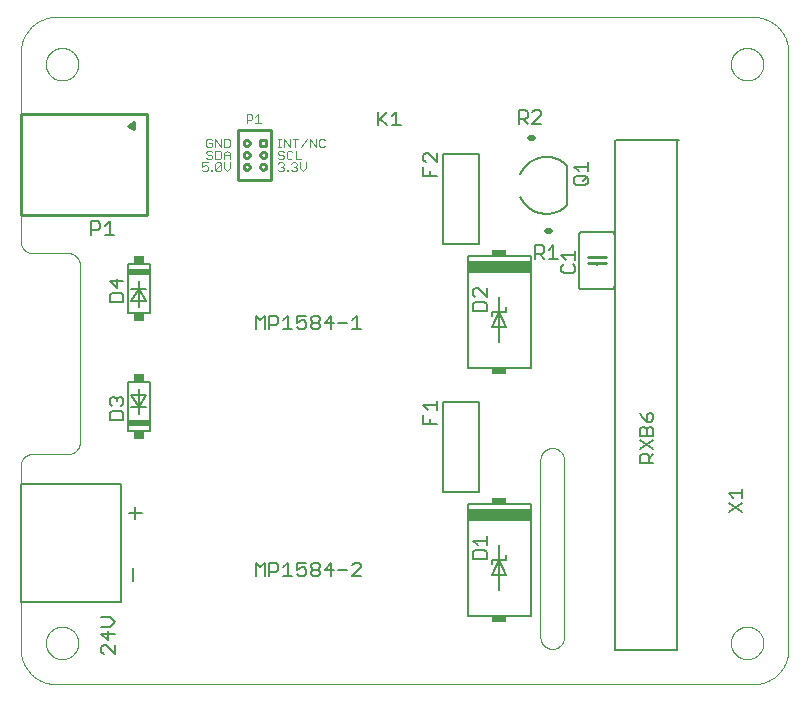
<source format=gto>
G75*
%MOIN*%
%OFA0B0*%
%FSLAX25Y25*%
%IPPOS*%
%LPD*%
%AMOC8*
5,1,8,0,0,1.08239X$1,22.5*
%
%ADD10C,0.00000*%
%ADD11C,0.00600*%
%ADD12C,0.01000*%
%ADD13C,0.00300*%
%ADD14C,0.00500*%
%ADD15R,0.05000X0.01969*%
%ADD16R,0.21000X0.04000*%
%ADD17C,0.00800*%
%ADD18C,0.02000*%
%ADD19R,0.07362X0.02000*%
%ADD20R,0.03346X0.02500*%
D10*
X0033905Y0014811D02*
X0033905Y0075835D01*
X0033907Y0075959D01*
X0033913Y0076082D01*
X0033922Y0076206D01*
X0033936Y0076328D01*
X0033953Y0076451D01*
X0033975Y0076573D01*
X0034000Y0076694D01*
X0034029Y0076814D01*
X0034061Y0076933D01*
X0034098Y0077052D01*
X0034138Y0077169D01*
X0034181Y0077284D01*
X0034229Y0077399D01*
X0034280Y0077511D01*
X0034334Y0077622D01*
X0034392Y0077732D01*
X0034453Y0077839D01*
X0034518Y0077945D01*
X0034586Y0078048D01*
X0034657Y0078149D01*
X0034731Y0078248D01*
X0034808Y0078345D01*
X0034889Y0078439D01*
X0034972Y0078530D01*
X0035058Y0078619D01*
X0035147Y0078705D01*
X0035238Y0078788D01*
X0035332Y0078869D01*
X0035429Y0078946D01*
X0035528Y0079020D01*
X0035629Y0079091D01*
X0035732Y0079159D01*
X0035838Y0079224D01*
X0035945Y0079285D01*
X0036055Y0079343D01*
X0036166Y0079397D01*
X0036278Y0079448D01*
X0036393Y0079496D01*
X0036508Y0079539D01*
X0036625Y0079579D01*
X0036744Y0079616D01*
X0036863Y0079648D01*
X0036983Y0079677D01*
X0037104Y0079702D01*
X0037226Y0079724D01*
X0037349Y0079741D01*
X0037471Y0079755D01*
X0037595Y0079764D01*
X0037718Y0079770D01*
X0037842Y0079772D01*
X0049653Y0079772D01*
X0049777Y0079774D01*
X0049900Y0079780D01*
X0050024Y0079789D01*
X0050146Y0079803D01*
X0050269Y0079820D01*
X0050391Y0079842D01*
X0050512Y0079867D01*
X0050632Y0079896D01*
X0050751Y0079928D01*
X0050870Y0079965D01*
X0050987Y0080005D01*
X0051102Y0080048D01*
X0051217Y0080096D01*
X0051329Y0080147D01*
X0051440Y0080201D01*
X0051550Y0080259D01*
X0051657Y0080320D01*
X0051763Y0080385D01*
X0051866Y0080453D01*
X0051967Y0080524D01*
X0052066Y0080598D01*
X0052163Y0080675D01*
X0052257Y0080756D01*
X0052348Y0080839D01*
X0052437Y0080925D01*
X0052523Y0081014D01*
X0052606Y0081105D01*
X0052687Y0081199D01*
X0052764Y0081296D01*
X0052838Y0081395D01*
X0052909Y0081496D01*
X0052977Y0081599D01*
X0053042Y0081705D01*
X0053103Y0081812D01*
X0053161Y0081922D01*
X0053215Y0082033D01*
X0053266Y0082145D01*
X0053314Y0082260D01*
X0053357Y0082375D01*
X0053397Y0082492D01*
X0053434Y0082611D01*
X0053466Y0082730D01*
X0053495Y0082850D01*
X0053520Y0082971D01*
X0053542Y0083093D01*
X0053559Y0083216D01*
X0053573Y0083338D01*
X0053582Y0083462D01*
X0053588Y0083585D01*
X0053590Y0083709D01*
X0053590Y0142764D01*
X0053588Y0142888D01*
X0053582Y0143011D01*
X0053573Y0143135D01*
X0053559Y0143257D01*
X0053542Y0143380D01*
X0053520Y0143502D01*
X0053495Y0143623D01*
X0053466Y0143743D01*
X0053434Y0143862D01*
X0053397Y0143981D01*
X0053357Y0144098D01*
X0053314Y0144213D01*
X0053266Y0144328D01*
X0053215Y0144440D01*
X0053161Y0144551D01*
X0053103Y0144661D01*
X0053042Y0144768D01*
X0052977Y0144874D01*
X0052909Y0144977D01*
X0052838Y0145078D01*
X0052764Y0145177D01*
X0052687Y0145274D01*
X0052606Y0145368D01*
X0052523Y0145459D01*
X0052437Y0145548D01*
X0052348Y0145634D01*
X0052257Y0145717D01*
X0052163Y0145798D01*
X0052066Y0145875D01*
X0051967Y0145949D01*
X0051866Y0146020D01*
X0051763Y0146088D01*
X0051657Y0146153D01*
X0051550Y0146214D01*
X0051440Y0146272D01*
X0051329Y0146326D01*
X0051217Y0146377D01*
X0051102Y0146425D01*
X0050987Y0146468D01*
X0050870Y0146508D01*
X0050751Y0146545D01*
X0050632Y0146577D01*
X0050512Y0146606D01*
X0050391Y0146631D01*
X0050269Y0146653D01*
X0050146Y0146670D01*
X0050024Y0146684D01*
X0049900Y0146693D01*
X0049777Y0146699D01*
X0049653Y0146701D01*
X0037842Y0146701D01*
X0037718Y0146703D01*
X0037595Y0146709D01*
X0037471Y0146718D01*
X0037349Y0146732D01*
X0037226Y0146749D01*
X0037104Y0146771D01*
X0036983Y0146796D01*
X0036863Y0146825D01*
X0036744Y0146857D01*
X0036625Y0146894D01*
X0036508Y0146934D01*
X0036393Y0146977D01*
X0036278Y0147025D01*
X0036166Y0147076D01*
X0036055Y0147130D01*
X0035945Y0147188D01*
X0035838Y0147249D01*
X0035732Y0147314D01*
X0035629Y0147382D01*
X0035528Y0147453D01*
X0035429Y0147527D01*
X0035332Y0147604D01*
X0035238Y0147685D01*
X0035147Y0147768D01*
X0035058Y0147854D01*
X0034972Y0147943D01*
X0034889Y0148034D01*
X0034808Y0148128D01*
X0034731Y0148225D01*
X0034657Y0148324D01*
X0034586Y0148425D01*
X0034518Y0148528D01*
X0034453Y0148634D01*
X0034392Y0148741D01*
X0034334Y0148851D01*
X0034280Y0148962D01*
X0034229Y0149074D01*
X0034181Y0149189D01*
X0034138Y0149304D01*
X0034098Y0149421D01*
X0034061Y0149540D01*
X0034029Y0149659D01*
X0034000Y0149779D01*
X0033975Y0149900D01*
X0033953Y0150022D01*
X0033936Y0150145D01*
X0033922Y0150267D01*
X0033913Y0150391D01*
X0033907Y0150514D01*
X0033905Y0150638D01*
X0033905Y0213630D01*
X0033908Y0213915D01*
X0033919Y0214201D01*
X0033936Y0214486D01*
X0033960Y0214770D01*
X0033991Y0215054D01*
X0034029Y0215337D01*
X0034074Y0215618D01*
X0034125Y0215899D01*
X0034183Y0216179D01*
X0034248Y0216457D01*
X0034320Y0216733D01*
X0034398Y0217007D01*
X0034483Y0217280D01*
X0034575Y0217550D01*
X0034673Y0217818D01*
X0034777Y0218084D01*
X0034888Y0218347D01*
X0035005Y0218607D01*
X0035128Y0218865D01*
X0035258Y0219119D01*
X0035394Y0219370D01*
X0035535Y0219618D01*
X0035683Y0219862D01*
X0035836Y0220103D01*
X0035996Y0220339D01*
X0036161Y0220572D01*
X0036331Y0220801D01*
X0036507Y0221026D01*
X0036689Y0221246D01*
X0036875Y0221462D01*
X0037067Y0221673D01*
X0037264Y0221880D01*
X0037466Y0222082D01*
X0037673Y0222279D01*
X0037884Y0222471D01*
X0038100Y0222657D01*
X0038320Y0222839D01*
X0038545Y0223015D01*
X0038774Y0223185D01*
X0039007Y0223350D01*
X0039243Y0223510D01*
X0039484Y0223663D01*
X0039728Y0223811D01*
X0039976Y0223952D01*
X0040227Y0224088D01*
X0040481Y0224218D01*
X0040739Y0224341D01*
X0040999Y0224458D01*
X0041262Y0224569D01*
X0041528Y0224673D01*
X0041796Y0224771D01*
X0042066Y0224863D01*
X0042339Y0224948D01*
X0042613Y0225026D01*
X0042889Y0225098D01*
X0043167Y0225163D01*
X0043447Y0225221D01*
X0043728Y0225272D01*
X0044009Y0225317D01*
X0044292Y0225355D01*
X0044576Y0225386D01*
X0044860Y0225410D01*
X0045145Y0225427D01*
X0045431Y0225438D01*
X0045716Y0225441D01*
X0278000Y0225441D01*
X0278285Y0225438D01*
X0278571Y0225427D01*
X0278856Y0225410D01*
X0279140Y0225386D01*
X0279424Y0225355D01*
X0279707Y0225317D01*
X0279988Y0225272D01*
X0280269Y0225221D01*
X0280549Y0225163D01*
X0280827Y0225098D01*
X0281103Y0225026D01*
X0281377Y0224948D01*
X0281650Y0224863D01*
X0281920Y0224771D01*
X0282188Y0224673D01*
X0282454Y0224569D01*
X0282717Y0224458D01*
X0282977Y0224341D01*
X0283235Y0224218D01*
X0283489Y0224088D01*
X0283740Y0223952D01*
X0283988Y0223811D01*
X0284232Y0223663D01*
X0284473Y0223510D01*
X0284709Y0223350D01*
X0284942Y0223185D01*
X0285171Y0223015D01*
X0285396Y0222839D01*
X0285616Y0222657D01*
X0285832Y0222471D01*
X0286043Y0222279D01*
X0286250Y0222082D01*
X0286452Y0221880D01*
X0286649Y0221673D01*
X0286841Y0221462D01*
X0287027Y0221246D01*
X0287209Y0221026D01*
X0287385Y0220801D01*
X0287555Y0220572D01*
X0287720Y0220339D01*
X0287880Y0220103D01*
X0288033Y0219862D01*
X0288181Y0219618D01*
X0288322Y0219370D01*
X0288458Y0219119D01*
X0288588Y0218865D01*
X0288711Y0218607D01*
X0288828Y0218347D01*
X0288939Y0218084D01*
X0289043Y0217818D01*
X0289141Y0217550D01*
X0289233Y0217280D01*
X0289318Y0217007D01*
X0289396Y0216733D01*
X0289468Y0216457D01*
X0289533Y0216179D01*
X0289591Y0215899D01*
X0289642Y0215618D01*
X0289687Y0215337D01*
X0289725Y0215054D01*
X0289756Y0214770D01*
X0289780Y0214486D01*
X0289797Y0214201D01*
X0289808Y0213915D01*
X0289811Y0213630D01*
X0289811Y0014811D01*
X0289808Y0014526D01*
X0289797Y0014240D01*
X0289780Y0013955D01*
X0289756Y0013671D01*
X0289725Y0013387D01*
X0289687Y0013104D01*
X0289642Y0012823D01*
X0289591Y0012542D01*
X0289533Y0012262D01*
X0289468Y0011984D01*
X0289396Y0011708D01*
X0289318Y0011434D01*
X0289233Y0011161D01*
X0289141Y0010891D01*
X0289043Y0010623D01*
X0288939Y0010357D01*
X0288828Y0010094D01*
X0288711Y0009834D01*
X0288588Y0009576D01*
X0288458Y0009322D01*
X0288322Y0009071D01*
X0288181Y0008823D01*
X0288033Y0008579D01*
X0287880Y0008338D01*
X0287720Y0008102D01*
X0287555Y0007869D01*
X0287385Y0007640D01*
X0287209Y0007415D01*
X0287027Y0007195D01*
X0286841Y0006979D01*
X0286649Y0006768D01*
X0286452Y0006561D01*
X0286250Y0006359D01*
X0286043Y0006162D01*
X0285832Y0005970D01*
X0285616Y0005784D01*
X0285396Y0005602D01*
X0285171Y0005426D01*
X0284942Y0005256D01*
X0284709Y0005091D01*
X0284473Y0004931D01*
X0284232Y0004778D01*
X0283988Y0004630D01*
X0283740Y0004489D01*
X0283489Y0004353D01*
X0283235Y0004223D01*
X0282977Y0004100D01*
X0282717Y0003983D01*
X0282454Y0003872D01*
X0282188Y0003768D01*
X0281920Y0003670D01*
X0281650Y0003578D01*
X0281377Y0003493D01*
X0281103Y0003415D01*
X0280827Y0003343D01*
X0280549Y0003278D01*
X0280269Y0003220D01*
X0279988Y0003169D01*
X0279707Y0003124D01*
X0279424Y0003086D01*
X0279140Y0003055D01*
X0278856Y0003031D01*
X0278571Y0003014D01*
X0278285Y0003003D01*
X0278000Y0003000D01*
X0045716Y0003000D01*
X0045431Y0003003D01*
X0045145Y0003014D01*
X0044860Y0003031D01*
X0044576Y0003055D01*
X0044292Y0003086D01*
X0044009Y0003124D01*
X0043728Y0003169D01*
X0043447Y0003220D01*
X0043167Y0003278D01*
X0042889Y0003343D01*
X0042613Y0003415D01*
X0042339Y0003493D01*
X0042066Y0003578D01*
X0041796Y0003670D01*
X0041528Y0003768D01*
X0041262Y0003872D01*
X0040999Y0003983D01*
X0040739Y0004100D01*
X0040481Y0004223D01*
X0040227Y0004353D01*
X0039976Y0004489D01*
X0039728Y0004630D01*
X0039484Y0004778D01*
X0039243Y0004931D01*
X0039007Y0005091D01*
X0038774Y0005256D01*
X0038545Y0005426D01*
X0038320Y0005602D01*
X0038100Y0005784D01*
X0037884Y0005970D01*
X0037673Y0006162D01*
X0037466Y0006359D01*
X0037264Y0006561D01*
X0037067Y0006768D01*
X0036875Y0006979D01*
X0036689Y0007195D01*
X0036507Y0007415D01*
X0036331Y0007640D01*
X0036161Y0007869D01*
X0035996Y0008102D01*
X0035836Y0008338D01*
X0035683Y0008579D01*
X0035535Y0008823D01*
X0035394Y0009071D01*
X0035258Y0009322D01*
X0035128Y0009576D01*
X0035005Y0009834D01*
X0034888Y0010094D01*
X0034777Y0010357D01*
X0034673Y0010623D01*
X0034575Y0010891D01*
X0034483Y0011161D01*
X0034398Y0011434D01*
X0034320Y0011708D01*
X0034248Y0011984D01*
X0034183Y0012262D01*
X0034125Y0012542D01*
X0034074Y0012823D01*
X0034029Y0013104D01*
X0033991Y0013387D01*
X0033960Y0013671D01*
X0033936Y0013955D01*
X0033919Y0014240D01*
X0033908Y0014526D01*
X0033905Y0014811D01*
X0042272Y0016780D02*
X0042274Y0016927D01*
X0042280Y0017073D01*
X0042290Y0017219D01*
X0042304Y0017365D01*
X0042322Y0017511D01*
X0042343Y0017656D01*
X0042369Y0017800D01*
X0042399Y0017944D01*
X0042432Y0018086D01*
X0042469Y0018228D01*
X0042510Y0018369D01*
X0042555Y0018508D01*
X0042604Y0018647D01*
X0042656Y0018784D01*
X0042713Y0018919D01*
X0042772Y0019053D01*
X0042836Y0019185D01*
X0042903Y0019315D01*
X0042973Y0019444D01*
X0043047Y0019571D01*
X0043124Y0019695D01*
X0043205Y0019818D01*
X0043289Y0019938D01*
X0043376Y0020056D01*
X0043466Y0020171D01*
X0043559Y0020284D01*
X0043656Y0020395D01*
X0043755Y0020503D01*
X0043857Y0020608D01*
X0043962Y0020710D01*
X0044070Y0020809D01*
X0044181Y0020906D01*
X0044294Y0020999D01*
X0044409Y0021089D01*
X0044527Y0021176D01*
X0044647Y0021260D01*
X0044770Y0021341D01*
X0044894Y0021418D01*
X0045021Y0021492D01*
X0045150Y0021562D01*
X0045280Y0021629D01*
X0045412Y0021693D01*
X0045546Y0021752D01*
X0045681Y0021809D01*
X0045818Y0021861D01*
X0045957Y0021910D01*
X0046096Y0021955D01*
X0046237Y0021996D01*
X0046379Y0022033D01*
X0046521Y0022066D01*
X0046665Y0022096D01*
X0046809Y0022122D01*
X0046954Y0022143D01*
X0047100Y0022161D01*
X0047246Y0022175D01*
X0047392Y0022185D01*
X0047538Y0022191D01*
X0047685Y0022193D01*
X0047832Y0022191D01*
X0047978Y0022185D01*
X0048124Y0022175D01*
X0048270Y0022161D01*
X0048416Y0022143D01*
X0048561Y0022122D01*
X0048705Y0022096D01*
X0048849Y0022066D01*
X0048991Y0022033D01*
X0049133Y0021996D01*
X0049274Y0021955D01*
X0049413Y0021910D01*
X0049552Y0021861D01*
X0049689Y0021809D01*
X0049824Y0021752D01*
X0049958Y0021693D01*
X0050090Y0021629D01*
X0050220Y0021562D01*
X0050349Y0021492D01*
X0050476Y0021418D01*
X0050600Y0021341D01*
X0050723Y0021260D01*
X0050843Y0021176D01*
X0050961Y0021089D01*
X0051076Y0020999D01*
X0051189Y0020906D01*
X0051300Y0020809D01*
X0051408Y0020710D01*
X0051513Y0020608D01*
X0051615Y0020503D01*
X0051714Y0020395D01*
X0051811Y0020284D01*
X0051904Y0020171D01*
X0051994Y0020056D01*
X0052081Y0019938D01*
X0052165Y0019818D01*
X0052246Y0019695D01*
X0052323Y0019571D01*
X0052397Y0019444D01*
X0052467Y0019315D01*
X0052534Y0019185D01*
X0052598Y0019053D01*
X0052657Y0018919D01*
X0052714Y0018784D01*
X0052766Y0018647D01*
X0052815Y0018508D01*
X0052860Y0018369D01*
X0052901Y0018228D01*
X0052938Y0018086D01*
X0052971Y0017944D01*
X0053001Y0017800D01*
X0053027Y0017656D01*
X0053048Y0017511D01*
X0053066Y0017365D01*
X0053080Y0017219D01*
X0053090Y0017073D01*
X0053096Y0016927D01*
X0053098Y0016780D01*
X0053096Y0016633D01*
X0053090Y0016487D01*
X0053080Y0016341D01*
X0053066Y0016195D01*
X0053048Y0016049D01*
X0053027Y0015904D01*
X0053001Y0015760D01*
X0052971Y0015616D01*
X0052938Y0015474D01*
X0052901Y0015332D01*
X0052860Y0015191D01*
X0052815Y0015052D01*
X0052766Y0014913D01*
X0052714Y0014776D01*
X0052657Y0014641D01*
X0052598Y0014507D01*
X0052534Y0014375D01*
X0052467Y0014245D01*
X0052397Y0014116D01*
X0052323Y0013989D01*
X0052246Y0013865D01*
X0052165Y0013742D01*
X0052081Y0013622D01*
X0051994Y0013504D01*
X0051904Y0013389D01*
X0051811Y0013276D01*
X0051714Y0013165D01*
X0051615Y0013057D01*
X0051513Y0012952D01*
X0051408Y0012850D01*
X0051300Y0012751D01*
X0051189Y0012654D01*
X0051076Y0012561D01*
X0050961Y0012471D01*
X0050843Y0012384D01*
X0050723Y0012300D01*
X0050600Y0012219D01*
X0050476Y0012142D01*
X0050349Y0012068D01*
X0050220Y0011998D01*
X0050090Y0011931D01*
X0049958Y0011867D01*
X0049824Y0011808D01*
X0049689Y0011751D01*
X0049552Y0011699D01*
X0049413Y0011650D01*
X0049274Y0011605D01*
X0049133Y0011564D01*
X0048991Y0011527D01*
X0048849Y0011494D01*
X0048705Y0011464D01*
X0048561Y0011438D01*
X0048416Y0011417D01*
X0048270Y0011399D01*
X0048124Y0011385D01*
X0047978Y0011375D01*
X0047832Y0011369D01*
X0047685Y0011367D01*
X0047538Y0011369D01*
X0047392Y0011375D01*
X0047246Y0011385D01*
X0047100Y0011399D01*
X0046954Y0011417D01*
X0046809Y0011438D01*
X0046665Y0011464D01*
X0046521Y0011494D01*
X0046379Y0011527D01*
X0046237Y0011564D01*
X0046096Y0011605D01*
X0045957Y0011650D01*
X0045818Y0011699D01*
X0045681Y0011751D01*
X0045546Y0011808D01*
X0045412Y0011867D01*
X0045280Y0011931D01*
X0045150Y0011998D01*
X0045021Y0012068D01*
X0044894Y0012142D01*
X0044770Y0012219D01*
X0044647Y0012300D01*
X0044527Y0012384D01*
X0044409Y0012471D01*
X0044294Y0012561D01*
X0044181Y0012654D01*
X0044070Y0012751D01*
X0043962Y0012850D01*
X0043857Y0012952D01*
X0043755Y0013057D01*
X0043656Y0013165D01*
X0043559Y0013276D01*
X0043466Y0013389D01*
X0043376Y0013504D01*
X0043289Y0013622D01*
X0043205Y0013742D01*
X0043124Y0013865D01*
X0043047Y0013989D01*
X0042973Y0014116D01*
X0042903Y0014245D01*
X0042836Y0014375D01*
X0042772Y0014507D01*
X0042713Y0014641D01*
X0042656Y0014776D01*
X0042604Y0014913D01*
X0042555Y0015052D01*
X0042510Y0015191D01*
X0042469Y0015332D01*
X0042432Y0015474D01*
X0042399Y0015616D01*
X0042369Y0015760D01*
X0042343Y0015904D01*
X0042322Y0016049D01*
X0042304Y0016195D01*
X0042290Y0016341D01*
X0042280Y0016487D01*
X0042274Y0016633D01*
X0042272Y0016780D01*
X0207134Y0018748D02*
X0207134Y0077803D01*
X0207136Y0077927D01*
X0207142Y0078050D01*
X0207151Y0078174D01*
X0207165Y0078296D01*
X0207182Y0078419D01*
X0207204Y0078541D01*
X0207229Y0078662D01*
X0207258Y0078782D01*
X0207290Y0078901D01*
X0207327Y0079020D01*
X0207367Y0079137D01*
X0207410Y0079252D01*
X0207458Y0079367D01*
X0207509Y0079479D01*
X0207563Y0079590D01*
X0207621Y0079700D01*
X0207682Y0079807D01*
X0207747Y0079913D01*
X0207815Y0080016D01*
X0207886Y0080117D01*
X0207960Y0080216D01*
X0208037Y0080313D01*
X0208118Y0080407D01*
X0208201Y0080498D01*
X0208287Y0080587D01*
X0208376Y0080673D01*
X0208467Y0080756D01*
X0208561Y0080837D01*
X0208658Y0080914D01*
X0208757Y0080988D01*
X0208858Y0081059D01*
X0208961Y0081127D01*
X0209067Y0081192D01*
X0209174Y0081253D01*
X0209284Y0081311D01*
X0209395Y0081365D01*
X0209507Y0081416D01*
X0209622Y0081464D01*
X0209737Y0081507D01*
X0209854Y0081547D01*
X0209973Y0081584D01*
X0210092Y0081616D01*
X0210212Y0081645D01*
X0210333Y0081670D01*
X0210455Y0081692D01*
X0210578Y0081709D01*
X0210700Y0081723D01*
X0210824Y0081732D01*
X0210947Y0081738D01*
X0211071Y0081740D01*
X0211195Y0081738D01*
X0211318Y0081732D01*
X0211442Y0081723D01*
X0211564Y0081709D01*
X0211687Y0081692D01*
X0211809Y0081670D01*
X0211930Y0081645D01*
X0212050Y0081616D01*
X0212169Y0081584D01*
X0212288Y0081547D01*
X0212405Y0081507D01*
X0212520Y0081464D01*
X0212635Y0081416D01*
X0212747Y0081365D01*
X0212858Y0081311D01*
X0212968Y0081253D01*
X0213075Y0081192D01*
X0213181Y0081127D01*
X0213284Y0081059D01*
X0213385Y0080988D01*
X0213484Y0080914D01*
X0213581Y0080837D01*
X0213675Y0080756D01*
X0213766Y0080673D01*
X0213855Y0080587D01*
X0213941Y0080498D01*
X0214024Y0080407D01*
X0214105Y0080313D01*
X0214182Y0080216D01*
X0214256Y0080117D01*
X0214327Y0080016D01*
X0214395Y0079913D01*
X0214460Y0079807D01*
X0214521Y0079700D01*
X0214579Y0079590D01*
X0214633Y0079479D01*
X0214684Y0079367D01*
X0214732Y0079252D01*
X0214775Y0079137D01*
X0214815Y0079020D01*
X0214852Y0078901D01*
X0214884Y0078782D01*
X0214913Y0078662D01*
X0214938Y0078541D01*
X0214960Y0078419D01*
X0214977Y0078296D01*
X0214991Y0078174D01*
X0215000Y0078050D01*
X0215006Y0077927D01*
X0215008Y0077803D01*
X0215008Y0018748D01*
X0211071Y0014811D02*
X0210947Y0014813D01*
X0210824Y0014819D01*
X0210700Y0014828D01*
X0210578Y0014842D01*
X0210455Y0014859D01*
X0210333Y0014881D01*
X0210212Y0014906D01*
X0210092Y0014935D01*
X0209973Y0014967D01*
X0209854Y0015004D01*
X0209737Y0015044D01*
X0209622Y0015087D01*
X0209507Y0015135D01*
X0209395Y0015186D01*
X0209284Y0015240D01*
X0209174Y0015298D01*
X0209067Y0015359D01*
X0208961Y0015424D01*
X0208858Y0015492D01*
X0208757Y0015563D01*
X0208658Y0015637D01*
X0208561Y0015714D01*
X0208467Y0015795D01*
X0208376Y0015878D01*
X0208287Y0015964D01*
X0208201Y0016053D01*
X0208118Y0016144D01*
X0208037Y0016238D01*
X0207960Y0016335D01*
X0207886Y0016434D01*
X0207815Y0016535D01*
X0207747Y0016638D01*
X0207682Y0016744D01*
X0207621Y0016851D01*
X0207563Y0016961D01*
X0207509Y0017072D01*
X0207458Y0017184D01*
X0207410Y0017299D01*
X0207367Y0017414D01*
X0207327Y0017531D01*
X0207290Y0017650D01*
X0207258Y0017769D01*
X0207229Y0017889D01*
X0207204Y0018010D01*
X0207182Y0018132D01*
X0207165Y0018255D01*
X0207151Y0018377D01*
X0207142Y0018501D01*
X0207136Y0018624D01*
X0207134Y0018748D01*
X0211071Y0014811D02*
X0211195Y0014813D01*
X0211318Y0014819D01*
X0211442Y0014828D01*
X0211564Y0014842D01*
X0211687Y0014859D01*
X0211809Y0014881D01*
X0211930Y0014906D01*
X0212050Y0014935D01*
X0212169Y0014967D01*
X0212288Y0015004D01*
X0212405Y0015044D01*
X0212520Y0015087D01*
X0212635Y0015135D01*
X0212747Y0015186D01*
X0212858Y0015240D01*
X0212968Y0015298D01*
X0213075Y0015359D01*
X0213181Y0015424D01*
X0213284Y0015492D01*
X0213385Y0015563D01*
X0213484Y0015637D01*
X0213581Y0015714D01*
X0213675Y0015795D01*
X0213766Y0015878D01*
X0213855Y0015964D01*
X0213941Y0016053D01*
X0214024Y0016144D01*
X0214105Y0016238D01*
X0214182Y0016335D01*
X0214256Y0016434D01*
X0214327Y0016535D01*
X0214395Y0016638D01*
X0214460Y0016744D01*
X0214521Y0016851D01*
X0214579Y0016961D01*
X0214633Y0017072D01*
X0214684Y0017184D01*
X0214732Y0017299D01*
X0214775Y0017414D01*
X0214815Y0017531D01*
X0214852Y0017650D01*
X0214884Y0017769D01*
X0214913Y0017889D01*
X0214938Y0018010D01*
X0214960Y0018132D01*
X0214977Y0018255D01*
X0214991Y0018377D01*
X0215000Y0018501D01*
X0215006Y0018624D01*
X0215008Y0018748D01*
X0270618Y0016780D02*
X0270620Y0016927D01*
X0270626Y0017073D01*
X0270636Y0017219D01*
X0270650Y0017365D01*
X0270668Y0017511D01*
X0270689Y0017656D01*
X0270715Y0017800D01*
X0270745Y0017944D01*
X0270778Y0018086D01*
X0270815Y0018228D01*
X0270856Y0018369D01*
X0270901Y0018508D01*
X0270950Y0018647D01*
X0271002Y0018784D01*
X0271059Y0018919D01*
X0271118Y0019053D01*
X0271182Y0019185D01*
X0271249Y0019315D01*
X0271319Y0019444D01*
X0271393Y0019571D01*
X0271470Y0019695D01*
X0271551Y0019818D01*
X0271635Y0019938D01*
X0271722Y0020056D01*
X0271812Y0020171D01*
X0271905Y0020284D01*
X0272002Y0020395D01*
X0272101Y0020503D01*
X0272203Y0020608D01*
X0272308Y0020710D01*
X0272416Y0020809D01*
X0272527Y0020906D01*
X0272640Y0020999D01*
X0272755Y0021089D01*
X0272873Y0021176D01*
X0272993Y0021260D01*
X0273116Y0021341D01*
X0273240Y0021418D01*
X0273367Y0021492D01*
X0273496Y0021562D01*
X0273626Y0021629D01*
X0273758Y0021693D01*
X0273892Y0021752D01*
X0274027Y0021809D01*
X0274164Y0021861D01*
X0274303Y0021910D01*
X0274442Y0021955D01*
X0274583Y0021996D01*
X0274725Y0022033D01*
X0274867Y0022066D01*
X0275011Y0022096D01*
X0275155Y0022122D01*
X0275300Y0022143D01*
X0275446Y0022161D01*
X0275592Y0022175D01*
X0275738Y0022185D01*
X0275884Y0022191D01*
X0276031Y0022193D01*
X0276178Y0022191D01*
X0276324Y0022185D01*
X0276470Y0022175D01*
X0276616Y0022161D01*
X0276762Y0022143D01*
X0276907Y0022122D01*
X0277051Y0022096D01*
X0277195Y0022066D01*
X0277337Y0022033D01*
X0277479Y0021996D01*
X0277620Y0021955D01*
X0277759Y0021910D01*
X0277898Y0021861D01*
X0278035Y0021809D01*
X0278170Y0021752D01*
X0278304Y0021693D01*
X0278436Y0021629D01*
X0278566Y0021562D01*
X0278695Y0021492D01*
X0278822Y0021418D01*
X0278946Y0021341D01*
X0279069Y0021260D01*
X0279189Y0021176D01*
X0279307Y0021089D01*
X0279422Y0020999D01*
X0279535Y0020906D01*
X0279646Y0020809D01*
X0279754Y0020710D01*
X0279859Y0020608D01*
X0279961Y0020503D01*
X0280060Y0020395D01*
X0280157Y0020284D01*
X0280250Y0020171D01*
X0280340Y0020056D01*
X0280427Y0019938D01*
X0280511Y0019818D01*
X0280592Y0019695D01*
X0280669Y0019571D01*
X0280743Y0019444D01*
X0280813Y0019315D01*
X0280880Y0019185D01*
X0280944Y0019053D01*
X0281003Y0018919D01*
X0281060Y0018784D01*
X0281112Y0018647D01*
X0281161Y0018508D01*
X0281206Y0018369D01*
X0281247Y0018228D01*
X0281284Y0018086D01*
X0281317Y0017944D01*
X0281347Y0017800D01*
X0281373Y0017656D01*
X0281394Y0017511D01*
X0281412Y0017365D01*
X0281426Y0017219D01*
X0281436Y0017073D01*
X0281442Y0016927D01*
X0281444Y0016780D01*
X0281442Y0016633D01*
X0281436Y0016487D01*
X0281426Y0016341D01*
X0281412Y0016195D01*
X0281394Y0016049D01*
X0281373Y0015904D01*
X0281347Y0015760D01*
X0281317Y0015616D01*
X0281284Y0015474D01*
X0281247Y0015332D01*
X0281206Y0015191D01*
X0281161Y0015052D01*
X0281112Y0014913D01*
X0281060Y0014776D01*
X0281003Y0014641D01*
X0280944Y0014507D01*
X0280880Y0014375D01*
X0280813Y0014245D01*
X0280743Y0014116D01*
X0280669Y0013989D01*
X0280592Y0013865D01*
X0280511Y0013742D01*
X0280427Y0013622D01*
X0280340Y0013504D01*
X0280250Y0013389D01*
X0280157Y0013276D01*
X0280060Y0013165D01*
X0279961Y0013057D01*
X0279859Y0012952D01*
X0279754Y0012850D01*
X0279646Y0012751D01*
X0279535Y0012654D01*
X0279422Y0012561D01*
X0279307Y0012471D01*
X0279189Y0012384D01*
X0279069Y0012300D01*
X0278946Y0012219D01*
X0278822Y0012142D01*
X0278695Y0012068D01*
X0278566Y0011998D01*
X0278436Y0011931D01*
X0278304Y0011867D01*
X0278170Y0011808D01*
X0278035Y0011751D01*
X0277898Y0011699D01*
X0277759Y0011650D01*
X0277620Y0011605D01*
X0277479Y0011564D01*
X0277337Y0011527D01*
X0277195Y0011494D01*
X0277051Y0011464D01*
X0276907Y0011438D01*
X0276762Y0011417D01*
X0276616Y0011399D01*
X0276470Y0011385D01*
X0276324Y0011375D01*
X0276178Y0011369D01*
X0276031Y0011367D01*
X0275884Y0011369D01*
X0275738Y0011375D01*
X0275592Y0011385D01*
X0275446Y0011399D01*
X0275300Y0011417D01*
X0275155Y0011438D01*
X0275011Y0011464D01*
X0274867Y0011494D01*
X0274725Y0011527D01*
X0274583Y0011564D01*
X0274442Y0011605D01*
X0274303Y0011650D01*
X0274164Y0011699D01*
X0274027Y0011751D01*
X0273892Y0011808D01*
X0273758Y0011867D01*
X0273626Y0011931D01*
X0273496Y0011998D01*
X0273367Y0012068D01*
X0273240Y0012142D01*
X0273116Y0012219D01*
X0272993Y0012300D01*
X0272873Y0012384D01*
X0272755Y0012471D01*
X0272640Y0012561D01*
X0272527Y0012654D01*
X0272416Y0012751D01*
X0272308Y0012850D01*
X0272203Y0012952D01*
X0272101Y0013057D01*
X0272002Y0013165D01*
X0271905Y0013276D01*
X0271812Y0013389D01*
X0271722Y0013504D01*
X0271635Y0013622D01*
X0271551Y0013742D01*
X0271470Y0013865D01*
X0271393Y0013989D01*
X0271319Y0014116D01*
X0271249Y0014245D01*
X0271182Y0014375D01*
X0271118Y0014507D01*
X0271059Y0014641D01*
X0271002Y0014776D01*
X0270950Y0014913D01*
X0270901Y0015052D01*
X0270856Y0015191D01*
X0270815Y0015332D01*
X0270778Y0015474D01*
X0270745Y0015616D01*
X0270715Y0015760D01*
X0270689Y0015904D01*
X0270668Y0016049D01*
X0270650Y0016195D01*
X0270636Y0016341D01*
X0270626Y0016487D01*
X0270620Y0016633D01*
X0270618Y0016780D01*
X0270618Y0209693D02*
X0270620Y0209840D01*
X0270626Y0209986D01*
X0270636Y0210132D01*
X0270650Y0210278D01*
X0270668Y0210424D01*
X0270689Y0210569D01*
X0270715Y0210713D01*
X0270745Y0210857D01*
X0270778Y0210999D01*
X0270815Y0211141D01*
X0270856Y0211282D01*
X0270901Y0211421D01*
X0270950Y0211560D01*
X0271002Y0211697D01*
X0271059Y0211832D01*
X0271118Y0211966D01*
X0271182Y0212098D01*
X0271249Y0212228D01*
X0271319Y0212357D01*
X0271393Y0212484D01*
X0271470Y0212608D01*
X0271551Y0212731D01*
X0271635Y0212851D01*
X0271722Y0212969D01*
X0271812Y0213084D01*
X0271905Y0213197D01*
X0272002Y0213308D01*
X0272101Y0213416D01*
X0272203Y0213521D01*
X0272308Y0213623D01*
X0272416Y0213722D01*
X0272527Y0213819D01*
X0272640Y0213912D01*
X0272755Y0214002D01*
X0272873Y0214089D01*
X0272993Y0214173D01*
X0273116Y0214254D01*
X0273240Y0214331D01*
X0273367Y0214405D01*
X0273496Y0214475D01*
X0273626Y0214542D01*
X0273758Y0214606D01*
X0273892Y0214665D01*
X0274027Y0214722D01*
X0274164Y0214774D01*
X0274303Y0214823D01*
X0274442Y0214868D01*
X0274583Y0214909D01*
X0274725Y0214946D01*
X0274867Y0214979D01*
X0275011Y0215009D01*
X0275155Y0215035D01*
X0275300Y0215056D01*
X0275446Y0215074D01*
X0275592Y0215088D01*
X0275738Y0215098D01*
X0275884Y0215104D01*
X0276031Y0215106D01*
X0276178Y0215104D01*
X0276324Y0215098D01*
X0276470Y0215088D01*
X0276616Y0215074D01*
X0276762Y0215056D01*
X0276907Y0215035D01*
X0277051Y0215009D01*
X0277195Y0214979D01*
X0277337Y0214946D01*
X0277479Y0214909D01*
X0277620Y0214868D01*
X0277759Y0214823D01*
X0277898Y0214774D01*
X0278035Y0214722D01*
X0278170Y0214665D01*
X0278304Y0214606D01*
X0278436Y0214542D01*
X0278566Y0214475D01*
X0278695Y0214405D01*
X0278822Y0214331D01*
X0278946Y0214254D01*
X0279069Y0214173D01*
X0279189Y0214089D01*
X0279307Y0214002D01*
X0279422Y0213912D01*
X0279535Y0213819D01*
X0279646Y0213722D01*
X0279754Y0213623D01*
X0279859Y0213521D01*
X0279961Y0213416D01*
X0280060Y0213308D01*
X0280157Y0213197D01*
X0280250Y0213084D01*
X0280340Y0212969D01*
X0280427Y0212851D01*
X0280511Y0212731D01*
X0280592Y0212608D01*
X0280669Y0212484D01*
X0280743Y0212357D01*
X0280813Y0212228D01*
X0280880Y0212098D01*
X0280944Y0211966D01*
X0281003Y0211832D01*
X0281060Y0211697D01*
X0281112Y0211560D01*
X0281161Y0211421D01*
X0281206Y0211282D01*
X0281247Y0211141D01*
X0281284Y0210999D01*
X0281317Y0210857D01*
X0281347Y0210713D01*
X0281373Y0210569D01*
X0281394Y0210424D01*
X0281412Y0210278D01*
X0281426Y0210132D01*
X0281436Y0209986D01*
X0281442Y0209840D01*
X0281444Y0209693D01*
X0281442Y0209546D01*
X0281436Y0209400D01*
X0281426Y0209254D01*
X0281412Y0209108D01*
X0281394Y0208962D01*
X0281373Y0208817D01*
X0281347Y0208673D01*
X0281317Y0208529D01*
X0281284Y0208387D01*
X0281247Y0208245D01*
X0281206Y0208104D01*
X0281161Y0207965D01*
X0281112Y0207826D01*
X0281060Y0207689D01*
X0281003Y0207554D01*
X0280944Y0207420D01*
X0280880Y0207288D01*
X0280813Y0207158D01*
X0280743Y0207029D01*
X0280669Y0206902D01*
X0280592Y0206778D01*
X0280511Y0206655D01*
X0280427Y0206535D01*
X0280340Y0206417D01*
X0280250Y0206302D01*
X0280157Y0206189D01*
X0280060Y0206078D01*
X0279961Y0205970D01*
X0279859Y0205865D01*
X0279754Y0205763D01*
X0279646Y0205664D01*
X0279535Y0205567D01*
X0279422Y0205474D01*
X0279307Y0205384D01*
X0279189Y0205297D01*
X0279069Y0205213D01*
X0278946Y0205132D01*
X0278822Y0205055D01*
X0278695Y0204981D01*
X0278566Y0204911D01*
X0278436Y0204844D01*
X0278304Y0204780D01*
X0278170Y0204721D01*
X0278035Y0204664D01*
X0277898Y0204612D01*
X0277759Y0204563D01*
X0277620Y0204518D01*
X0277479Y0204477D01*
X0277337Y0204440D01*
X0277195Y0204407D01*
X0277051Y0204377D01*
X0276907Y0204351D01*
X0276762Y0204330D01*
X0276616Y0204312D01*
X0276470Y0204298D01*
X0276324Y0204288D01*
X0276178Y0204282D01*
X0276031Y0204280D01*
X0275884Y0204282D01*
X0275738Y0204288D01*
X0275592Y0204298D01*
X0275446Y0204312D01*
X0275300Y0204330D01*
X0275155Y0204351D01*
X0275011Y0204377D01*
X0274867Y0204407D01*
X0274725Y0204440D01*
X0274583Y0204477D01*
X0274442Y0204518D01*
X0274303Y0204563D01*
X0274164Y0204612D01*
X0274027Y0204664D01*
X0273892Y0204721D01*
X0273758Y0204780D01*
X0273626Y0204844D01*
X0273496Y0204911D01*
X0273367Y0204981D01*
X0273240Y0205055D01*
X0273116Y0205132D01*
X0272993Y0205213D01*
X0272873Y0205297D01*
X0272755Y0205384D01*
X0272640Y0205474D01*
X0272527Y0205567D01*
X0272416Y0205664D01*
X0272308Y0205763D01*
X0272203Y0205865D01*
X0272101Y0205970D01*
X0272002Y0206078D01*
X0271905Y0206189D01*
X0271812Y0206302D01*
X0271722Y0206417D01*
X0271635Y0206535D01*
X0271551Y0206655D01*
X0271470Y0206778D01*
X0271393Y0206902D01*
X0271319Y0207029D01*
X0271249Y0207158D01*
X0271182Y0207288D01*
X0271118Y0207420D01*
X0271059Y0207554D01*
X0271002Y0207689D01*
X0270950Y0207826D01*
X0270901Y0207965D01*
X0270856Y0208104D01*
X0270815Y0208245D01*
X0270778Y0208387D01*
X0270745Y0208529D01*
X0270715Y0208673D01*
X0270689Y0208817D01*
X0270668Y0208962D01*
X0270650Y0209108D01*
X0270636Y0209254D01*
X0270626Y0209400D01*
X0270620Y0209546D01*
X0270618Y0209693D01*
X0042272Y0209693D02*
X0042274Y0209840D01*
X0042280Y0209986D01*
X0042290Y0210132D01*
X0042304Y0210278D01*
X0042322Y0210424D01*
X0042343Y0210569D01*
X0042369Y0210713D01*
X0042399Y0210857D01*
X0042432Y0210999D01*
X0042469Y0211141D01*
X0042510Y0211282D01*
X0042555Y0211421D01*
X0042604Y0211560D01*
X0042656Y0211697D01*
X0042713Y0211832D01*
X0042772Y0211966D01*
X0042836Y0212098D01*
X0042903Y0212228D01*
X0042973Y0212357D01*
X0043047Y0212484D01*
X0043124Y0212608D01*
X0043205Y0212731D01*
X0043289Y0212851D01*
X0043376Y0212969D01*
X0043466Y0213084D01*
X0043559Y0213197D01*
X0043656Y0213308D01*
X0043755Y0213416D01*
X0043857Y0213521D01*
X0043962Y0213623D01*
X0044070Y0213722D01*
X0044181Y0213819D01*
X0044294Y0213912D01*
X0044409Y0214002D01*
X0044527Y0214089D01*
X0044647Y0214173D01*
X0044770Y0214254D01*
X0044894Y0214331D01*
X0045021Y0214405D01*
X0045150Y0214475D01*
X0045280Y0214542D01*
X0045412Y0214606D01*
X0045546Y0214665D01*
X0045681Y0214722D01*
X0045818Y0214774D01*
X0045957Y0214823D01*
X0046096Y0214868D01*
X0046237Y0214909D01*
X0046379Y0214946D01*
X0046521Y0214979D01*
X0046665Y0215009D01*
X0046809Y0215035D01*
X0046954Y0215056D01*
X0047100Y0215074D01*
X0047246Y0215088D01*
X0047392Y0215098D01*
X0047538Y0215104D01*
X0047685Y0215106D01*
X0047832Y0215104D01*
X0047978Y0215098D01*
X0048124Y0215088D01*
X0048270Y0215074D01*
X0048416Y0215056D01*
X0048561Y0215035D01*
X0048705Y0215009D01*
X0048849Y0214979D01*
X0048991Y0214946D01*
X0049133Y0214909D01*
X0049274Y0214868D01*
X0049413Y0214823D01*
X0049552Y0214774D01*
X0049689Y0214722D01*
X0049824Y0214665D01*
X0049958Y0214606D01*
X0050090Y0214542D01*
X0050220Y0214475D01*
X0050349Y0214405D01*
X0050476Y0214331D01*
X0050600Y0214254D01*
X0050723Y0214173D01*
X0050843Y0214089D01*
X0050961Y0214002D01*
X0051076Y0213912D01*
X0051189Y0213819D01*
X0051300Y0213722D01*
X0051408Y0213623D01*
X0051513Y0213521D01*
X0051615Y0213416D01*
X0051714Y0213308D01*
X0051811Y0213197D01*
X0051904Y0213084D01*
X0051994Y0212969D01*
X0052081Y0212851D01*
X0052165Y0212731D01*
X0052246Y0212608D01*
X0052323Y0212484D01*
X0052397Y0212357D01*
X0052467Y0212228D01*
X0052534Y0212098D01*
X0052598Y0211966D01*
X0052657Y0211832D01*
X0052714Y0211697D01*
X0052766Y0211560D01*
X0052815Y0211421D01*
X0052860Y0211282D01*
X0052901Y0211141D01*
X0052938Y0210999D01*
X0052971Y0210857D01*
X0053001Y0210713D01*
X0053027Y0210569D01*
X0053048Y0210424D01*
X0053066Y0210278D01*
X0053080Y0210132D01*
X0053090Y0209986D01*
X0053096Y0209840D01*
X0053098Y0209693D01*
X0053096Y0209546D01*
X0053090Y0209400D01*
X0053080Y0209254D01*
X0053066Y0209108D01*
X0053048Y0208962D01*
X0053027Y0208817D01*
X0053001Y0208673D01*
X0052971Y0208529D01*
X0052938Y0208387D01*
X0052901Y0208245D01*
X0052860Y0208104D01*
X0052815Y0207965D01*
X0052766Y0207826D01*
X0052714Y0207689D01*
X0052657Y0207554D01*
X0052598Y0207420D01*
X0052534Y0207288D01*
X0052467Y0207158D01*
X0052397Y0207029D01*
X0052323Y0206902D01*
X0052246Y0206778D01*
X0052165Y0206655D01*
X0052081Y0206535D01*
X0051994Y0206417D01*
X0051904Y0206302D01*
X0051811Y0206189D01*
X0051714Y0206078D01*
X0051615Y0205970D01*
X0051513Y0205865D01*
X0051408Y0205763D01*
X0051300Y0205664D01*
X0051189Y0205567D01*
X0051076Y0205474D01*
X0050961Y0205384D01*
X0050843Y0205297D01*
X0050723Y0205213D01*
X0050600Y0205132D01*
X0050476Y0205055D01*
X0050349Y0204981D01*
X0050220Y0204911D01*
X0050090Y0204844D01*
X0049958Y0204780D01*
X0049824Y0204721D01*
X0049689Y0204664D01*
X0049552Y0204612D01*
X0049413Y0204563D01*
X0049274Y0204518D01*
X0049133Y0204477D01*
X0048991Y0204440D01*
X0048849Y0204407D01*
X0048705Y0204377D01*
X0048561Y0204351D01*
X0048416Y0204330D01*
X0048270Y0204312D01*
X0048124Y0204298D01*
X0047978Y0204288D01*
X0047832Y0204282D01*
X0047685Y0204280D01*
X0047538Y0204282D01*
X0047392Y0204288D01*
X0047246Y0204298D01*
X0047100Y0204312D01*
X0046954Y0204330D01*
X0046809Y0204351D01*
X0046665Y0204377D01*
X0046521Y0204407D01*
X0046379Y0204440D01*
X0046237Y0204477D01*
X0046096Y0204518D01*
X0045957Y0204563D01*
X0045818Y0204612D01*
X0045681Y0204664D01*
X0045546Y0204721D01*
X0045412Y0204780D01*
X0045280Y0204844D01*
X0045150Y0204911D01*
X0045021Y0204981D01*
X0044894Y0205055D01*
X0044770Y0205132D01*
X0044647Y0205213D01*
X0044527Y0205297D01*
X0044409Y0205384D01*
X0044294Y0205474D01*
X0044181Y0205567D01*
X0044070Y0205664D01*
X0043962Y0205763D01*
X0043857Y0205865D01*
X0043755Y0205970D01*
X0043656Y0206078D01*
X0043559Y0206189D01*
X0043466Y0206302D01*
X0043376Y0206417D01*
X0043289Y0206535D01*
X0043205Y0206655D01*
X0043124Y0206778D01*
X0043047Y0206902D01*
X0042973Y0207029D01*
X0042903Y0207158D01*
X0042836Y0207288D01*
X0042772Y0207420D01*
X0042713Y0207554D01*
X0042656Y0207689D01*
X0042604Y0207826D01*
X0042555Y0207965D01*
X0042510Y0208104D01*
X0042469Y0208245D01*
X0042432Y0208387D01*
X0042399Y0208529D01*
X0042369Y0208673D01*
X0042343Y0208817D01*
X0042322Y0208962D01*
X0042304Y0209108D01*
X0042290Y0209254D01*
X0042280Y0209400D01*
X0042274Y0209546D01*
X0042272Y0209693D01*
D11*
X0069653Y0143087D02*
X0076897Y0143087D01*
X0076897Y0126693D01*
X0069653Y0126693D01*
X0069653Y0143087D01*
X0073275Y0137390D02*
X0073275Y0134890D01*
X0070775Y0134890D01*
X0073275Y0134890D02*
X0075775Y0134890D01*
X0073275Y0134890D02*
X0075775Y0130890D01*
X0070775Y0130890D01*
X0073275Y0134890D01*
X0073275Y0128890D01*
X0069653Y0103717D02*
X0069653Y0087323D01*
X0076897Y0087323D01*
X0076897Y0103717D01*
X0069653Y0103717D01*
X0073275Y0101520D02*
X0073275Y0095520D01*
X0075775Y0095520D01*
X0073275Y0095520D02*
X0070775Y0095520D01*
X0073275Y0095520D02*
X0070775Y0099520D01*
X0075775Y0099520D01*
X0073275Y0095520D01*
X0073275Y0093020D01*
X0072094Y0062225D02*
X0072094Y0057954D01*
X0069959Y0060089D02*
X0074230Y0060089D01*
X0071310Y0041749D02*
X0071310Y0037479D01*
X0182854Y0025835D02*
X0182854Y0063236D01*
X0203854Y0063236D01*
X0203854Y0025835D01*
X0182854Y0025835D01*
X0193354Y0034535D02*
X0193354Y0044535D01*
X0195654Y0044535D01*
X0195654Y0046035D01*
X0193354Y0044535D02*
X0191054Y0044535D01*
X0191054Y0043035D01*
X0193354Y0044535D02*
X0191054Y0039535D01*
X0195654Y0039535D01*
X0193354Y0044535D01*
X0193354Y0049535D01*
X0182854Y0108512D02*
X0182854Y0145913D01*
X0203854Y0145913D01*
X0203854Y0108512D01*
X0182854Y0108512D01*
X0193354Y0117213D02*
X0193354Y0127213D01*
X0195654Y0127213D01*
X0195654Y0128713D01*
X0193354Y0127213D02*
X0191054Y0127213D01*
X0191054Y0125713D01*
X0193354Y0127213D02*
X0191054Y0122213D01*
X0195654Y0122213D01*
X0193354Y0127213D01*
X0193354Y0132213D01*
X0219834Y0135839D02*
X0219834Y0152839D01*
X0219836Y0152899D01*
X0219841Y0152960D01*
X0219850Y0153019D01*
X0219863Y0153078D01*
X0219879Y0153137D01*
X0219899Y0153194D01*
X0219922Y0153249D01*
X0219949Y0153304D01*
X0219978Y0153356D01*
X0220011Y0153407D01*
X0220047Y0153456D01*
X0220085Y0153502D01*
X0220127Y0153546D01*
X0220171Y0153588D01*
X0220217Y0153626D01*
X0220266Y0153662D01*
X0220317Y0153695D01*
X0220369Y0153724D01*
X0220424Y0153751D01*
X0220479Y0153774D01*
X0220536Y0153794D01*
X0220595Y0153810D01*
X0220654Y0153823D01*
X0220713Y0153832D01*
X0220774Y0153837D01*
X0220834Y0153839D01*
X0230834Y0153839D01*
X0230894Y0153837D01*
X0230955Y0153832D01*
X0231014Y0153823D01*
X0231073Y0153810D01*
X0231132Y0153794D01*
X0231189Y0153774D01*
X0231244Y0153751D01*
X0231299Y0153724D01*
X0231351Y0153695D01*
X0231402Y0153662D01*
X0231451Y0153626D01*
X0231497Y0153588D01*
X0231541Y0153546D01*
X0231583Y0153502D01*
X0231621Y0153456D01*
X0231657Y0153407D01*
X0231690Y0153356D01*
X0231719Y0153304D01*
X0231746Y0153249D01*
X0231769Y0153194D01*
X0231789Y0153137D01*
X0231805Y0153078D01*
X0231818Y0153019D01*
X0231827Y0152960D01*
X0231832Y0152899D01*
X0231834Y0152839D01*
X0231834Y0135839D01*
X0231832Y0135779D01*
X0231827Y0135718D01*
X0231818Y0135659D01*
X0231805Y0135600D01*
X0231789Y0135541D01*
X0231769Y0135484D01*
X0231746Y0135429D01*
X0231719Y0135374D01*
X0231690Y0135322D01*
X0231657Y0135271D01*
X0231621Y0135222D01*
X0231583Y0135176D01*
X0231541Y0135132D01*
X0231497Y0135090D01*
X0231451Y0135052D01*
X0231402Y0135016D01*
X0231351Y0134983D01*
X0231299Y0134954D01*
X0231244Y0134927D01*
X0231189Y0134904D01*
X0231132Y0134884D01*
X0231073Y0134868D01*
X0231014Y0134855D01*
X0230955Y0134846D01*
X0230894Y0134841D01*
X0230834Y0134839D01*
X0220834Y0134839D01*
X0220774Y0134841D01*
X0220713Y0134846D01*
X0220654Y0134855D01*
X0220595Y0134868D01*
X0220536Y0134884D01*
X0220479Y0134904D01*
X0220424Y0134927D01*
X0220369Y0134954D01*
X0220317Y0134983D01*
X0220266Y0135016D01*
X0220217Y0135052D01*
X0220171Y0135090D01*
X0220127Y0135132D01*
X0220085Y0135176D01*
X0220047Y0135222D01*
X0220011Y0135271D01*
X0219978Y0135322D01*
X0219949Y0135374D01*
X0219922Y0135429D01*
X0219899Y0135484D01*
X0219879Y0135541D01*
X0219863Y0135600D01*
X0219850Y0135659D01*
X0219841Y0135718D01*
X0219836Y0135779D01*
X0219834Y0135839D01*
X0225834Y0142839D02*
X0225834Y0143339D01*
X0225834Y0145339D02*
X0225834Y0145839D01*
X0216102Y0162917D02*
X0216102Y0175760D01*
X0216102Y0162918D02*
X0215943Y0162748D01*
X0215779Y0162582D01*
X0215611Y0162420D01*
X0215440Y0162263D01*
X0215264Y0162110D01*
X0215085Y0161961D01*
X0214902Y0161816D01*
X0214716Y0161676D01*
X0214527Y0161541D01*
X0214334Y0161410D01*
X0214138Y0161285D01*
X0213939Y0161164D01*
X0213737Y0161047D01*
X0213532Y0160936D01*
X0213325Y0160830D01*
X0213115Y0160729D01*
X0212903Y0160633D01*
X0212688Y0160543D01*
X0212472Y0160458D01*
X0212253Y0160378D01*
X0212032Y0160303D01*
X0211810Y0160234D01*
X0211586Y0160170D01*
X0211360Y0160112D01*
X0211133Y0160060D01*
X0210905Y0160013D01*
X0210676Y0159971D01*
X0210446Y0159936D01*
X0210215Y0159905D01*
X0209983Y0159881D01*
X0209751Y0159862D01*
X0209519Y0159849D01*
X0209286Y0159842D01*
X0209053Y0159840D01*
X0208820Y0159844D01*
X0208587Y0159854D01*
X0208355Y0159869D01*
X0208123Y0159891D01*
X0207892Y0159917D01*
X0207661Y0159950D01*
X0207431Y0159988D01*
X0207202Y0160032D01*
X0206975Y0160081D01*
X0206749Y0160136D01*
X0206524Y0160197D01*
X0206300Y0160263D01*
X0206079Y0160334D01*
X0205859Y0160411D01*
X0205641Y0160493D01*
X0205425Y0160580D01*
X0205211Y0160673D01*
X0205000Y0160771D01*
X0204791Y0160874D01*
X0204585Y0160983D01*
X0204381Y0161096D01*
X0204181Y0161214D01*
X0203983Y0161337D01*
X0203788Y0161465D01*
X0203597Y0161598D01*
X0203409Y0161735D01*
X0203224Y0161877D01*
X0203043Y0162023D01*
X0202865Y0162174D01*
X0202692Y0162329D01*
X0202522Y0162488D01*
X0202356Y0162652D01*
X0202194Y0162819D01*
X0202036Y0162990D01*
X0201882Y0163165D01*
X0201733Y0163344D01*
X0201588Y0163527D01*
X0201448Y0163713D01*
X0201312Y0163902D01*
X0201181Y0164095D01*
X0201055Y0164290D01*
X0200934Y0164489D01*
X0200817Y0164691D01*
X0200706Y0164895D01*
X0200599Y0165102D01*
X0200498Y0165312D01*
X0200402Y0165524D01*
X0200402Y0173153D02*
X0200498Y0173365D01*
X0200599Y0173575D01*
X0200706Y0173782D01*
X0200817Y0173986D01*
X0200934Y0174188D01*
X0201055Y0174387D01*
X0201181Y0174582D01*
X0201312Y0174775D01*
X0201448Y0174964D01*
X0201588Y0175150D01*
X0201733Y0175333D01*
X0201882Y0175512D01*
X0202036Y0175687D01*
X0202194Y0175858D01*
X0202356Y0176025D01*
X0202522Y0176189D01*
X0202692Y0176348D01*
X0202865Y0176503D01*
X0203043Y0176654D01*
X0203224Y0176800D01*
X0203409Y0176942D01*
X0203597Y0177079D01*
X0203788Y0177212D01*
X0203983Y0177340D01*
X0204181Y0177463D01*
X0204381Y0177581D01*
X0204585Y0177694D01*
X0204791Y0177803D01*
X0205000Y0177906D01*
X0205211Y0178004D01*
X0205425Y0178097D01*
X0205641Y0178184D01*
X0205859Y0178266D01*
X0206079Y0178343D01*
X0206300Y0178414D01*
X0206524Y0178480D01*
X0206749Y0178541D01*
X0206975Y0178596D01*
X0207202Y0178645D01*
X0207431Y0178689D01*
X0207661Y0178727D01*
X0207892Y0178760D01*
X0208123Y0178786D01*
X0208355Y0178808D01*
X0208587Y0178823D01*
X0208820Y0178833D01*
X0209053Y0178837D01*
X0209286Y0178835D01*
X0209519Y0178828D01*
X0209751Y0178815D01*
X0209983Y0178796D01*
X0210215Y0178772D01*
X0210446Y0178741D01*
X0210676Y0178706D01*
X0210905Y0178664D01*
X0211133Y0178617D01*
X0211360Y0178565D01*
X0211586Y0178507D01*
X0211810Y0178443D01*
X0212032Y0178374D01*
X0212253Y0178299D01*
X0212472Y0178219D01*
X0212688Y0178134D01*
X0212903Y0178044D01*
X0213115Y0177948D01*
X0213325Y0177847D01*
X0213532Y0177741D01*
X0213737Y0177630D01*
X0213939Y0177513D01*
X0214138Y0177392D01*
X0214334Y0177267D01*
X0214527Y0177136D01*
X0214716Y0177001D01*
X0214902Y0176861D01*
X0215085Y0176716D01*
X0215264Y0176567D01*
X0215440Y0176414D01*
X0215611Y0176257D01*
X0215779Y0176095D01*
X0215943Y0175929D01*
X0216102Y0175759D01*
D12*
X0222834Y0145339D02*
X0225834Y0145339D01*
X0228834Y0145339D01*
X0228834Y0143339D02*
X0225834Y0143339D01*
X0222834Y0143339D01*
X0117488Y0170992D02*
X0117488Y0187921D01*
X0106464Y0187921D01*
X0106464Y0170992D01*
X0117488Y0170992D01*
X0113748Y0175520D02*
X0113750Y0175582D01*
X0113756Y0175645D01*
X0113766Y0175706D01*
X0113780Y0175767D01*
X0113797Y0175827D01*
X0113818Y0175886D01*
X0113844Y0175943D01*
X0113872Y0175998D01*
X0113904Y0176052D01*
X0113940Y0176103D01*
X0113978Y0176153D01*
X0114020Y0176199D01*
X0114064Y0176243D01*
X0114112Y0176284D01*
X0114161Y0176322D01*
X0114213Y0176356D01*
X0114267Y0176387D01*
X0114323Y0176415D01*
X0114381Y0176439D01*
X0114440Y0176460D01*
X0114500Y0176476D01*
X0114561Y0176489D01*
X0114623Y0176498D01*
X0114685Y0176503D01*
X0114748Y0176504D01*
X0114810Y0176501D01*
X0114872Y0176494D01*
X0114934Y0176483D01*
X0114994Y0176468D01*
X0115054Y0176450D01*
X0115112Y0176428D01*
X0115169Y0176402D01*
X0115224Y0176372D01*
X0115277Y0176339D01*
X0115328Y0176303D01*
X0115376Y0176264D01*
X0115422Y0176221D01*
X0115465Y0176176D01*
X0115505Y0176128D01*
X0115542Y0176078D01*
X0115576Y0176025D01*
X0115607Y0175971D01*
X0115633Y0175915D01*
X0115657Y0175857D01*
X0115676Y0175797D01*
X0115692Y0175737D01*
X0115704Y0175675D01*
X0115712Y0175614D01*
X0115716Y0175551D01*
X0115716Y0175489D01*
X0115712Y0175426D01*
X0115704Y0175365D01*
X0115692Y0175303D01*
X0115676Y0175243D01*
X0115657Y0175183D01*
X0115633Y0175125D01*
X0115607Y0175069D01*
X0115576Y0175015D01*
X0115542Y0174962D01*
X0115505Y0174912D01*
X0115465Y0174864D01*
X0115422Y0174819D01*
X0115376Y0174776D01*
X0115328Y0174737D01*
X0115277Y0174701D01*
X0115224Y0174668D01*
X0115169Y0174638D01*
X0115112Y0174612D01*
X0115054Y0174590D01*
X0114994Y0174572D01*
X0114934Y0174557D01*
X0114872Y0174546D01*
X0114810Y0174539D01*
X0114748Y0174536D01*
X0114685Y0174537D01*
X0114623Y0174542D01*
X0114561Y0174551D01*
X0114500Y0174564D01*
X0114440Y0174580D01*
X0114381Y0174601D01*
X0114323Y0174625D01*
X0114267Y0174653D01*
X0114213Y0174684D01*
X0114161Y0174718D01*
X0114112Y0174756D01*
X0114064Y0174797D01*
X0114020Y0174841D01*
X0113978Y0174887D01*
X0113940Y0174937D01*
X0113904Y0174988D01*
X0113872Y0175042D01*
X0113844Y0175097D01*
X0113818Y0175154D01*
X0113797Y0175213D01*
X0113780Y0175273D01*
X0113766Y0175334D01*
X0113756Y0175395D01*
X0113750Y0175458D01*
X0113748Y0175520D01*
X0108236Y0175520D02*
X0108238Y0175582D01*
X0108244Y0175645D01*
X0108254Y0175706D01*
X0108268Y0175767D01*
X0108285Y0175827D01*
X0108306Y0175886D01*
X0108332Y0175943D01*
X0108360Y0175998D01*
X0108392Y0176052D01*
X0108428Y0176103D01*
X0108466Y0176153D01*
X0108508Y0176199D01*
X0108552Y0176243D01*
X0108600Y0176284D01*
X0108649Y0176322D01*
X0108701Y0176356D01*
X0108755Y0176387D01*
X0108811Y0176415D01*
X0108869Y0176439D01*
X0108928Y0176460D01*
X0108988Y0176476D01*
X0109049Y0176489D01*
X0109111Y0176498D01*
X0109173Y0176503D01*
X0109236Y0176504D01*
X0109298Y0176501D01*
X0109360Y0176494D01*
X0109422Y0176483D01*
X0109482Y0176468D01*
X0109542Y0176450D01*
X0109600Y0176428D01*
X0109657Y0176402D01*
X0109712Y0176372D01*
X0109765Y0176339D01*
X0109816Y0176303D01*
X0109864Y0176264D01*
X0109910Y0176221D01*
X0109953Y0176176D01*
X0109993Y0176128D01*
X0110030Y0176078D01*
X0110064Y0176025D01*
X0110095Y0175971D01*
X0110121Y0175915D01*
X0110145Y0175857D01*
X0110164Y0175797D01*
X0110180Y0175737D01*
X0110192Y0175675D01*
X0110200Y0175614D01*
X0110204Y0175551D01*
X0110204Y0175489D01*
X0110200Y0175426D01*
X0110192Y0175365D01*
X0110180Y0175303D01*
X0110164Y0175243D01*
X0110145Y0175183D01*
X0110121Y0175125D01*
X0110095Y0175069D01*
X0110064Y0175015D01*
X0110030Y0174962D01*
X0109993Y0174912D01*
X0109953Y0174864D01*
X0109910Y0174819D01*
X0109864Y0174776D01*
X0109816Y0174737D01*
X0109765Y0174701D01*
X0109712Y0174668D01*
X0109657Y0174638D01*
X0109600Y0174612D01*
X0109542Y0174590D01*
X0109482Y0174572D01*
X0109422Y0174557D01*
X0109360Y0174546D01*
X0109298Y0174539D01*
X0109236Y0174536D01*
X0109173Y0174537D01*
X0109111Y0174542D01*
X0109049Y0174551D01*
X0108988Y0174564D01*
X0108928Y0174580D01*
X0108869Y0174601D01*
X0108811Y0174625D01*
X0108755Y0174653D01*
X0108701Y0174684D01*
X0108649Y0174718D01*
X0108600Y0174756D01*
X0108552Y0174797D01*
X0108508Y0174841D01*
X0108466Y0174887D01*
X0108428Y0174937D01*
X0108392Y0174988D01*
X0108360Y0175042D01*
X0108332Y0175097D01*
X0108306Y0175154D01*
X0108285Y0175213D01*
X0108268Y0175273D01*
X0108254Y0175334D01*
X0108244Y0175395D01*
X0108238Y0175458D01*
X0108236Y0175520D01*
X0108236Y0179457D02*
X0108238Y0179519D01*
X0108244Y0179582D01*
X0108254Y0179643D01*
X0108268Y0179704D01*
X0108285Y0179764D01*
X0108306Y0179823D01*
X0108332Y0179880D01*
X0108360Y0179935D01*
X0108392Y0179989D01*
X0108428Y0180040D01*
X0108466Y0180090D01*
X0108508Y0180136D01*
X0108552Y0180180D01*
X0108600Y0180221D01*
X0108649Y0180259D01*
X0108701Y0180293D01*
X0108755Y0180324D01*
X0108811Y0180352D01*
X0108869Y0180376D01*
X0108928Y0180397D01*
X0108988Y0180413D01*
X0109049Y0180426D01*
X0109111Y0180435D01*
X0109173Y0180440D01*
X0109236Y0180441D01*
X0109298Y0180438D01*
X0109360Y0180431D01*
X0109422Y0180420D01*
X0109482Y0180405D01*
X0109542Y0180387D01*
X0109600Y0180365D01*
X0109657Y0180339D01*
X0109712Y0180309D01*
X0109765Y0180276D01*
X0109816Y0180240D01*
X0109864Y0180201D01*
X0109910Y0180158D01*
X0109953Y0180113D01*
X0109993Y0180065D01*
X0110030Y0180015D01*
X0110064Y0179962D01*
X0110095Y0179908D01*
X0110121Y0179852D01*
X0110145Y0179794D01*
X0110164Y0179734D01*
X0110180Y0179674D01*
X0110192Y0179612D01*
X0110200Y0179551D01*
X0110204Y0179488D01*
X0110204Y0179426D01*
X0110200Y0179363D01*
X0110192Y0179302D01*
X0110180Y0179240D01*
X0110164Y0179180D01*
X0110145Y0179120D01*
X0110121Y0179062D01*
X0110095Y0179006D01*
X0110064Y0178952D01*
X0110030Y0178899D01*
X0109993Y0178849D01*
X0109953Y0178801D01*
X0109910Y0178756D01*
X0109864Y0178713D01*
X0109816Y0178674D01*
X0109765Y0178638D01*
X0109712Y0178605D01*
X0109657Y0178575D01*
X0109600Y0178549D01*
X0109542Y0178527D01*
X0109482Y0178509D01*
X0109422Y0178494D01*
X0109360Y0178483D01*
X0109298Y0178476D01*
X0109236Y0178473D01*
X0109173Y0178474D01*
X0109111Y0178479D01*
X0109049Y0178488D01*
X0108988Y0178501D01*
X0108928Y0178517D01*
X0108869Y0178538D01*
X0108811Y0178562D01*
X0108755Y0178590D01*
X0108701Y0178621D01*
X0108649Y0178655D01*
X0108600Y0178693D01*
X0108552Y0178734D01*
X0108508Y0178778D01*
X0108466Y0178824D01*
X0108428Y0178874D01*
X0108392Y0178925D01*
X0108360Y0178979D01*
X0108332Y0179034D01*
X0108306Y0179091D01*
X0108285Y0179150D01*
X0108268Y0179210D01*
X0108254Y0179271D01*
X0108244Y0179332D01*
X0108238Y0179395D01*
X0108236Y0179457D01*
X0113748Y0182409D02*
X0115716Y0182409D01*
X0115716Y0184378D01*
X0113748Y0184378D01*
X0113748Y0182409D01*
X0113748Y0179457D02*
X0113750Y0179519D01*
X0113756Y0179582D01*
X0113766Y0179643D01*
X0113780Y0179704D01*
X0113797Y0179764D01*
X0113818Y0179823D01*
X0113844Y0179880D01*
X0113872Y0179935D01*
X0113904Y0179989D01*
X0113940Y0180040D01*
X0113978Y0180090D01*
X0114020Y0180136D01*
X0114064Y0180180D01*
X0114112Y0180221D01*
X0114161Y0180259D01*
X0114213Y0180293D01*
X0114267Y0180324D01*
X0114323Y0180352D01*
X0114381Y0180376D01*
X0114440Y0180397D01*
X0114500Y0180413D01*
X0114561Y0180426D01*
X0114623Y0180435D01*
X0114685Y0180440D01*
X0114748Y0180441D01*
X0114810Y0180438D01*
X0114872Y0180431D01*
X0114934Y0180420D01*
X0114994Y0180405D01*
X0115054Y0180387D01*
X0115112Y0180365D01*
X0115169Y0180339D01*
X0115224Y0180309D01*
X0115277Y0180276D01*
X0115328Y0180240D01*
X0115376Y0180201D01*
X0115422Y0180158D01*
X0115465Y0180113D01*
X0115505Y0180065D01*
X0115542Y0180015D01*
X0115576Y0179962D01*
X0115607Y0179908D01*
X0115633Y0179852D01*
X0115657Y0179794D01*
X0115676Y0179734D01*
X0115692Y0179674D01*
X0115704Y0179612D01*
X0115712Y0179551D01*
X0115716Y0179488D01*
X0115716Y0179426D01*
X0115712Y0179363D01*
X0115704Y0179302D01*
X0115692Y0179240D01*
X0115676Y0179180D01*
X0115657Y0179120D01*
X0115633Y0179062D01*
X0115607Y0179006D01*
X0115576Y0178952D01*
X0115542Y0178899D01*
X0115505Y0178849D01*
X0115465Y0178801D01*
X0115422Y0178756D01*
X0115376Y0178713D01*
X0115328Y0178674D01*
X0115277Y0178638D01*
X0115224Y0178605D01*
X0115169Y0178575D01*
X0115112Y0178549D01*
X0115054Y0178527D01*
X0114994Y0178509D01*
X0114934Y0178494D01*
X0114872Y0178483D01*
X0114810Y0178476D01*
X0114748Y0178473D01*
X0114685Y0178474D01*
X0114623Y0178479D01*
X0114561Y0178488D01*
X0114500Y0178501D01*
X0114440Y0178517D01*
X0114381Y0178538D01*
X0114323Y0178562D01*
X0114267Y0178590D01*
X0114213Y0178621D01*
X0114161Y0178655D01*
X0114112Y0178693D01*
X0114064Y0178734D01*
X0114020Y0178778D01*
X0113978Y0178824D01*
X0113940Y0178874D01*
X0113904Y0178925D01*
X0113872Y0178979D01*
X0113844Y0179034D01*
X0113818Y0179091D01*
X0113797Y0179150D01*
X0113780Y0179210D01*
X0113766Y0179271D01*
X0113756Y0179332D01*
X0113750Y0179395D01*
X0113748Y0179457D01*
X0108236Y0183394D02*
X0108238Y0183456D01*
X0108244Y0183519D01*
X0108254Y0183580D01*
X0108268Y0183641D01*
X0108285Y0183701D01*
X0108306Y0183760D01*
X0108332Y0183817D01*
X0108360Y0183872D01*
X0108392Y0183926D01*
X0108428Y0183977D01*
X0108466Y0184027D01*
X0108508Y0184073D01*
X0108552Y0184117D01*
X0108600Y0184158D01*
X0108649Y0184196D01*
X0108701Y0184230D01*
X0108755Y0184261D01*
X0108811Y0184289D01*
X0108869Y0184313D01*
X0108928Y0184334D01*
X0108988Y0184350D01*
X0109049Y0184363D01*
X0109111Y0184372D01*
X0109173Y0184377D01*
X0109236Y0184378D01*
X0109298Y0184375D01*
X0109360Y0184368D01*
X0109422Y0184357D01*
X0109482Y0184342D01*
X0109542Y0184324D01*
X0109600Y0184302D01*
X0109657Y0184276D01*
X0109712Y0184246D01*
X0109765Y0184213D01*
X0109816Y0184177D01*
X0109864Y0184138D01*
X0109910Y0184095D01*
X0109953Y0184050D01*
X0109993Y0184002D01*
X0110030Y0183952D01*
X0110064Y0183899D01*
X0110095Y0183845D01*
X0110121Y0183789D01*
X0110145Y0183731D01*
X0110164Y0183671D01*
X0110180Y0183611D01*
X0110192Y0183549D01*
X0110200Y0183488D01*
X0110204Y0183425D01*
X0110204Y0183363D01*
X0110200Y0183300D01*
X0110192Y0183239D01*
X0110180Y0183177D01*
X0110164Y0183117D01*
X0110145Y0183057D01*
X0110121Y0182999D01*
X0110095Y0182943D01*
X0110064Y0182889D01*
X0110030Y0182836D01*
X0109993Y0182786D01*
X0109953Y0182738D01*
X0109910Y0182693D01*
X0109864Y0182650D01*
X0109816Y0182611D01*
X0109765Y0182575D01*
X0109712Y0182542D01*
X0109657Y0182512D01*
X0109600Y0182486D01*
X0109542Y0182464D01*
X0109482Y0182446D01*
X0109422Y0182431D01*
X0109360Y0182420D01*
X0109298Y0182413D01*
X0109236Y0182410D01*
X0109173Y0182411D01*
X0109111Y0182416D01*
X0109049Y0182425D01*
X0108988Y0182438D01*
X0108928Y0182454D01*
X0108869Y0182475D01*
X0108811Y0182499D01*
X0108755Y0182527D01*
X0108701Y0182558D01*
X0108649Y0182592D01*
X0108600Y0182630D01*
X0108552Y0182671D01*
X0108508Y0182715D01*
X0108466Y0182761D01*
X0108428Y0182811D01*
X0108392Y0182862D01*
X0108360Y0182916D01*
X0108332Y0182971D01*
X0108306Y0183028D01*
X0108285Y0183087D01*
X0108268Y0183147D01*
X0108254Y0183208D01*
X0108244Y0183269D01*
X0108238Y0183332D01*
X0108236Y0183394D01*
X0076031Y0193157D02*
X0076031Y0159299D01*
X0033905Y0159299D01*
X0033905Y0193157D01*
X0076031Y0193157D01*
X0071700Y0190402D02*
X0069732Y0189220D01*
X0071700Y0188039D01*
X0071700Y0190402D01*
X0071700Y0189722D02*
X0070567Y0189722D01*
X0070561Y0188723D02*
X0071700Y0188723D01*
D13*
X0094333Y0176972D02*
X0094333Y0175521D01*
X0095300Y0176005D01*
X0095784Y0176005D01*
X0096268Y0175521D01*
X0096268Y0174553D01*
X0095784Y0174070D01*
X0094817Y0174070D01*
X0094333Y0174553D01*
X0094333Y0176972D02*
X0096268Y0176972D01*
X0096290Y0178007D02*
X0095806Y0178490D01*
X0096290Y0178007D02*
X0097257Y0178007D01*
X0097741Y0178490D01*
X0097741Y0178974D01*
X0097257Y0179458D01*
X0096290Y0179458D01*
X0095806Y0179942D01*
X0095806Y0180425D01*
X0096290Y0180909D01*
X0097257Y0180909D01*
X0097741Y0180425D01*
X0098753Y0180909D02*
X0098753Y0178007D01*
X0100204Y0178007D01*
X0100688Y0178490D01*
X0100688Y0180425D01*
X0100204Y0180909D01*
X0098753Y0180909D01*
X0098753Y0181944D02*
X0098753Y0184846D01*
X0100688Y0181944D01*
X0100688Y0184846D01*
X0101699Y0184846D02*
X0101699Y0181944D01*
X0103150Y0181944D01*
X0103634Y0182427D01*
X0103634Y0184362D01*
X0103150Y0184846D01*
X0101699Y0184846D01*
X0102667Y0180909D02*
X0103634Y0179942D01*
X0103634Y0178007D01*
X0103634Y0176972D02*
X0103634Y0175037D01*
X0102667Y0174070D01*
X0101699Y0175037D01*
X0101699Y0176972D01*
X0101699Y0178007D02*
X0101699Y0179942D01*
X0102667Y0180909D01*
X0103634Y0179458D02*
X0101699Y0179458D01*
X0100204Y0176972D02*
X0100688Y0176488D01*
X0098753Y0174553D01*
X0099236Y0174070D01*
X0100204Y0174070D01*
X0100688Y0174553D01*
X0100688Y0176488D01*
X0100204Y0176972D02*
X0099236Y0176972D01*
X0098753Y0176488D01*
X0098753Y0174553D01*
X0097763Y0174553D02*
X0097763Y0174070D01*
X0097279Y0174070D01*
X0097279Y0174553D01*
X0097763Y0174553D01*
X0097257Y0181944D02*
X0097741Y0182427D01*
X0097741Y0183395D01*
X0096774Y0183395D01*
X0097741Y0184362D02*
X0097257Y0184846D01*
X0096290Y0184846D01*
X0095806Y0184362D01*
X0095806Y0182427D01*
X0096290Y0181944D01*
X0097257Y0181944D01*
X0109180Y0190040D02*
X0109180Y0192942D01*
X0110631Y0192942D01*
X0111115Y0192458D01*
X0111115Y0191491D01*
X0110631Y0191007D01*
X0109180Y0191007D01*
X0112126Y0190040D02*
X0114061Y0190040D01*
X0113094Y0190040D02*
X0113094Y0192942D01*
X0112126Y0191975D01*
X0119606Y0184846D02*
X0120574Y0184846D01*
X0120090Y0184846D02*
X0120090Y0181944D01*
X0119606Y0181944D02*
X0120574Y0181944D01*
X0121571Y0181944D02*
X0121571Y0184846D01*
X0123506Y0181944D01*
X0123506Y0184846D01*
X0124517Y0184846D02*
X0126452Y0184846D01*
X0125485Y0184846D02*
X0125485Y0181944D01*
X0125499Y0180909D02*
X0125499Y0178007D01*
X0127434Y0178007D01*
X0126973Y0176972D02*
X0126973Y0175037D01*
X0127940Y0174070D01*
X0128908Y0175037D01*
X0128908Y0176972D01*
X0125961Y0176488D02*
X0125961Y0176005D01*
X0125477Y0175521D01*
X0125961Y0175037D01*
X0125961Y0174553D01*
X0125477Y0174070D01*
X0124510Y0174070D01*
X0124026Y0174553D01*
X0123037Y0174553D02*
X0123037Y0174070D01*
X0122553Y0174070D01*
X0122553Y0174553D01*
X0123037Y0174553D01*
X0121541Y0174553D02*
X0121058Y0174070D01*
X0120090Y0174070D01*
X0119606Y0174553D01*
X0120574Y0175521D02*
X0121058Y0175521D01*
X0121541Y0175037D01*
X0121541Y0174553D01*
X0121058Y0175521D02*
X0121541Y0176005D01*
X0121541Y0176488D01*
X0121058Y0176972D01*
X0120090Y0176972D01*
X0119606Y0176488D01*
X0120090Y0178007D02*
X0119606Y0178490D01*
X0120090Y0178007D02*
X0121058Y0178007D01*
X0121541Y0178490D01*
X0121541Y0178974D01*
X0121058Y0179458D01*
X0120090Y0179458D01*
X0119606Y0179942D01*
X0119606Y0180425D01*
X0120090Y0180909D01*
X0121058Y0180909D01*
X0121541Y0180425D01*
X0122553Y0180425D02*
X0122553Y0178490D01*
X0123037Y0178007D01*
X0124004Y0178007D01*
X0124488Y0178490D01*
X0124510Y0176972D02*
X0125477Y0176972D01*
X0125961Y0176488D01*
X0125477Y0175521D02*
X0124994Y0175521D01*
X0124026Y0176488D02*
X0124510Y0176972D01*
X0124488Y0180425D02*
X0124004Y0180909D01*
X0123037Y0180909D01*
X0122553Y0180425D01*
X0127464Y0181944D02*
X0129399Y0184846D01*
X0130410Y0184846D02*
X0132345Y0181944D01*
X0132345Y0184846D01*
X0133357Y0184362D02*
X0133357Y0182427D01*
X0133841Y0181944D01*
X0134808Y0181944D01*
X0135292Y0182427D01*
X0135292Y0184362D02*
X0134808Y0184846D01*
X0133841Y0184846D01*
X0133357Y0184362D01*
X0130410Y0184846D02*
X0130410Y0181944D01*
D14*
X0153013Y0189319D02*
X0153013Y0193823D01*
X0153764Y0191571D02*
X0156016Y0189319D01*
X0157617Y0189319D02*
X0160620Y0189319D01*
X0159119Y0189319D02*
X0159119Y0193823D01*
X0157617Y0192321D01*
X0156016Y0193823D02*
X0153013Y0190820D01*
X0168128Y0179397D02*
X0168128Y0177896D01*
X0168878Y0177145D01*
X0168128Y0175544D02*
X0168128Y0172541D01*
X0172632Y0172541D01*
X0170380Y0172541D02*
X0170380Y0174043D01*
X0172632Y0177145D02*
X0169629Y0180148D01*
X0168878Y0180148D01*
X0168128Y0179397D01*
X0172632Y0180148D02*
X0172632Y0177145D01*
X0199827Y0189864D02*
X0199827Y0194368D01*
X0202079Y0194368D01*
X0202829Y0193617D01*
X0202829Y0192116D01*
X0202079Y0191365D01*
X0199827Y0191365D01*
X0201328Y0191365D02*
X0202829Y0189864D01*
X0204431Y0189864D02*
X0207433Y0192867D01*
X0207433Y0193617D01*
X0206683Y0194368D01*
X0205181Y0194368D01*
X0204431Y0193617D01*
X0204431Y0189864D02*
X0207433Y0189864D01*
X0222868Y0176998D02*
X0222868Y0173996D01*
X0222868Y0175497D02*
X0218364Y0175497D01*
X0219865Y0173996D01*
X0219115Y0172394D02*
X0218364Y0171644D01*
X0218364Y0170142D01*
X0219115Y0169392D01*
X0222117Y0169392D01*
X0222868Y0170142D01*
X0222868Y0171644D01*
X0222117Y0172394D01*
X0219115Y0172394D01*
X0221367Y0170893D02*
X0222868Y0172394D01*
X0231937Y0184496D02*
X0231937Y0014417D01*
X0252803Y0014417D01*
X0252803Y0184496D01*
X0253197Y0184496D02*
X0232330Y0184496D01*
X0211444Y0149368D02*
X0211444Y0144864D01*
X0209943Y0144864D02*
X0212945Y0144864D01*
X0214132Y0146090D02*
X0218636Y0146090D01*
X0218636Y0144589D02*
X0218636Y0147591D01*
X0215633Y0144589D02*
X0214132Y0146090D01*
X0214882Y0142987D02*
X0214132Y0142237D01*
X0214132Y0140735D01*
X0214882Y0139985D01*
X0217885Y0139985D01*
X0218636Y0140735D01*
X0218636Y0142237D01*
X0217885Y0142987D01*
X0211444Y0149368D02*
X0209943Y0147867D01*
X0208341Y0148617D02*
X0207591Y0149368D01*
X0205339Y0149368D01*
X0205339Y0144864D01*
X0205339Y0146365D02*
X0207591Y0146365D01*
X0208341Y0147116D01*
X0208341Y0148617D01*
X0206840Y0146365D02*
X0208341Y0144864D01*
X0189167Y0135069D02*
X0189167Y0132067D01*
X0186164Y0135069D01*
X0185414Y0135069D01*
X0184663Y0134318D01*
X0184663Y0132817D01*
X0185414Y0132067D01*
X0185414Y0130465D02*
X0184663Y0129715D01*
X0184663Y0127463D01*
X0189167Y0127463D01*
X0189167Y0129715D01*
X0188416Y0130465D01*
X0185414Y0130465D01*
X0147426Y0121281D02*
X0144424Y0121281D01*
X0145925Y0121281D02*
X0145925Y0125785D01*
X0144424Y0124284D01*
X0142822Y0123533D02*
X0139820Y0123533D01*
X0138218Y0123533D02*
X0135216Y0123533D01*
X0137468Y0125785D01*
X0137468Y0121281D01*
X0133614Y0122032D02*
X0132864Y0121281D01*
X0131363Y0121281D01*
X0130612Y0122032D01*
X0130612Y0122783D01*
X0131363Y0123533D01*
X0132864Y0123533D01*
X0133614Y0122783D01*
X0133614Y0122032D01*
X0132864Y0123533D02*
X0133614Y0124284D01*
X0133614Y0125035D01*
X0132864Y0125785D01*
X0131363Y0125785D01*
X0130612Y0125035D01*
X0130612Y0124284D01*
X0131363Y0123533D01*
X0129011Y0123533D02*
X0129011Y0122032D01*
X0128260Y0121281D01*
X0126759Y0121281D01*
X0126008Y0122032D01*
X0126008Y0123533D02*
X0127509Y0124284D01*
X0128260Y0124284D01*
X0129011Y0123533D01*
X0129011Y0125785D02*
X0126008Y0125785D01*
X0126008Y0123533D01*
X0124407Y0121281D02*
X0121404Y0121281D01*
X0122905Y0121281D02*
X0122905Y0125785D01*
X0121404Y0124284D01*
X0119803Y0125035D02*
X0119803Y0123533D01*
X0119052Y0122783D01*
X0116800Y0122783D01*
X0116800Y0121281D02*
X0116800Y0125785D01*
X0119052Y0125785D01*
X0119803Y0125035D01*
X0115199Y0125785D02*
X0115199Y0121281D01*
X0112196Y0121281D02*
X0112196Y0125785D01*
X0113697Y0124284D01*
X0115199Y0125785D01*
X0068104Y0130536D02*
X0068104Y0132788D01*
X0067353Y0133538D01*
X0064351Y0133538D01*
X0063600Y0132788D01*
X0063600Y0130536D01*
X0068104Y0130536D01*
X0065852Y0135140D02*
X0065852Y0138142D01*
X0063600Y0137392D02*
X0065852Y0135140D01*
X0068104Y0137392D02*
X0063600Y0137392D01*
X0063533Y0152778D02*
X0063533Y0157281D01*
X0062032Y0155780D01*
X0060430Y0155029D02*
X0059680Y0154279D01*
X0057428Y0154279D01*
X0057428Y0152778D02*
X0057428Y0157281D01*
X0059680Y0157281D01*
X0060430Y0156531D01*
X0060430Y0155029D01*
X0062032Y0152778D02*
X0065034Y0152778D01*
X0065101Y0098772D02*
X0065852Y0098022D01*
X0066603Y0098772D01*
X0067353Y0098772D01*
X0068104Y0098022D01*
X0068104Y0096520D01*
X0067353Y0095770D01*
X0067353Y0094168D02*
X0064351Y0094168D01*
X0063600Y0093418D01*
X0063600Y0091166D01*
X0068104Y0091166D01*
X0068104Y0093418D01*
X0067353Y0094168D01*
X0064351Y0095770D02*
X0063600Y0096520D01*
X0063600Y0098022D01*
X0064351Y0098772D01*
X0065101Y0098772D01*
X0065852Y0098022D02*
X0065852Y0097271D01*
X0067370Y0069929D02*
X0033905Y0069929D01*
X0033905Y0030559D01*
X0067370Y0030559D01*
X0067370Y0069929D01*
X0112196Y0043502D02*
X0112196Y0038998D01*
X0115199Y0038998D02*
X0115199Y0043502D01*
X0113697Y0042001D01*
X0112196Y0043502D01*
X0116800Y0043502D02*
X0119052Y0043502D01*
X0119803Y0042751D01*
X0119803Y0041250D01*
X0119052Y0040499D01*
X0116800Y0040499D01*
X0116800Y0038998D02*
X0116800Y0043502D01*
X0121404Y0042001D02*
X0122905Y0043502D01*
X0122905Y0038998D01*
X0121404Y0038998D02*
X0124407Y0038998D01*
X0126008Y0039749D02*
X0126759Y0038998D01*
X0128260Y0038998D01*
X0129011Y0039749D01*
X0129011Y0041250D01*
X0128260Y0042001D01*
X0127509Y0042001D01*
X0126008Y0041250D01*
X0126008Y0043502D01*
X0129011Y0043502D01*
X0130612Y0042751D02*
X0130612Y0042001D01*
X0131363Y0041250D01*
X0132864Y0041250D01*
X0133614Y0040499D01*
X0133614Y0039749D01*
X0132864Y0038998D01*
X0131363Y0038998D01*
X0130612Y0039749D01*
X0130612Y0040499D01*
X0131363Y0041250D01*
X0132864Y0041250D02*
X0133614Y0042001D01*
X0133614Y0042751D01*
X0132864Y0043502D01*
X0131363Y0043502D01*
X0130612Y0042751D01*
X0135216Y0041250D02*
X0138218Y0041250D01*
X0139820Y0041250D02*
X0142822Y0041250D01*
X0144424Y0042751D02*
X0145174Y0043502D01*
X0146676Y0043502D01*
X0147426Y0042751D01*
X0147426Y0042001D01*
X0144424Y0038998D01*
X0147426Y0038998D01*
X0137468Y0038998D02*
X0137468Y0043502D01*
X0135216Y0041250D01*
X0184663Y0044785D02*
X0184663Y0047037D01*
X0185414Y0047788D01*
X0188416Y0047788D01*
X0189167Y0047037D01*
X0189167Y0044785D01*
X0184663Y0044785D01*
X0186164Y0049389D02*
X0184663Y0050891D01*
X0189167Y0050891D01*
X0189167Y0052392D02*
X0189167Y0049389D01*
X0172632Y0089864D02*
X0168128Y0089864D01*
X0168128Y0092867D01*
X0169629Y0094468D02*
X0168128Y0095969D01*
X0172632Y0095969D01*
X0172632Y0094468D02*
X0172632Y0097471D01*
X0170380Y0091365D02*
X0170380Y0089864D01*
X0240313Y0088179D02*
X0240313Y0085927D01*
X0244817Y0085927D01*
X0244817Y0088179D01*
X0244066Y0088930D01*
X0243315Y0088930D01*
X0242565Y0088179D01*
X0242565Y0085927D01*
X0242565Y0088179D02*
X0241814Y0088930D01*
X0241063Y0088930D01*
X0240313Y0088179D01*
X0242565Y0090531D02*
X0242565Y0092783D01*
X0243315Y0093534D01*
X0244066Y0093534D01*
X0244817Y0092783D01*
X0244817Y0091282D01*
X0244066Y0090531D01*
X0242565Y0090531D01*
X0241063Y0092032D01*
X0240313Y0093534D01*
X0240313Y0084326D02*
X0244817Y0081323D01*
X0244817Y0079722D02*
X0243315Y0078221D01*
X0243315Y0078971D02*
X0243315Y0076719D01*
X0244817Y0076719D02*
X0240313Y0076719D01*
X0240313Y0078971D01*
X0241063Y0079722D01*
X0242565Y0079722D01*
X0243315Y0078971D01*
X0240313Y0081323D02*
X0244817Y0084326D01*
X0269840Y0066639D02*
X0271342Y0065137D01*
X0269840Y0066639D02*
X0274344Y0066639D01*
X0274344Y0068140D02*
X0274344Y0065137D01*
X0274344Y0063536D02*
X0269840Y0060533D01*
X0269840Y0063536D02*
X0274344Y0060533D01*
X0065289Y0023769D02*
X0063788Y0025271D01*
X0060785Y0025271D01*
X0060785Y0022268D02*
X0063788Y0022268D01*
X0065289Y0023769D01*
X0063037Y0020667D02*
X0063037Y0017664D01*
X0060785Y0019916D01*
X0065289Y0019916D01*
X0065289Y0016063D02*
X0065289Y0013060D01*
X0062287Y0016063D01*
X0061536Y0016063D01*
X0060785Y0015312D01*
X0060785Y0013811D01*
X0061536Y0013060D01*
D15*
X0193354Y0024850D03*
X0193354Y0064220D03*
X0193354Y0107528D03*
X0193354Y0146898D03*
D16*
X0193354Y0142213D03*
X0193354Y0059535D03*
D17*
X0186756Y0067134D02*
X0174756Y0067134D01*
X0174756Y0097134D01*
X0186756Y0097134D01*
X0186756Y0067134D01*
X0186756Y0149811D02*
X0174756Y0149811D01*
X0174756Y0179811D01*
X0186756Y0179811D01*
X0186756Y0149811D01*
D18*
X0209193Y0154142D02*
X0210193Y0154142D01*
X0204681Y0185087D02*
X0203681Y0185087D01*
D19*
X0073216Y0140390D03*
X0073334Y0090020D03*
D20*
X0073275Y0086073D03*
X0073275Y0104967D03*
X0073275Y0125443D03*
X0073275Y0144337D03*
M02*

</source>
